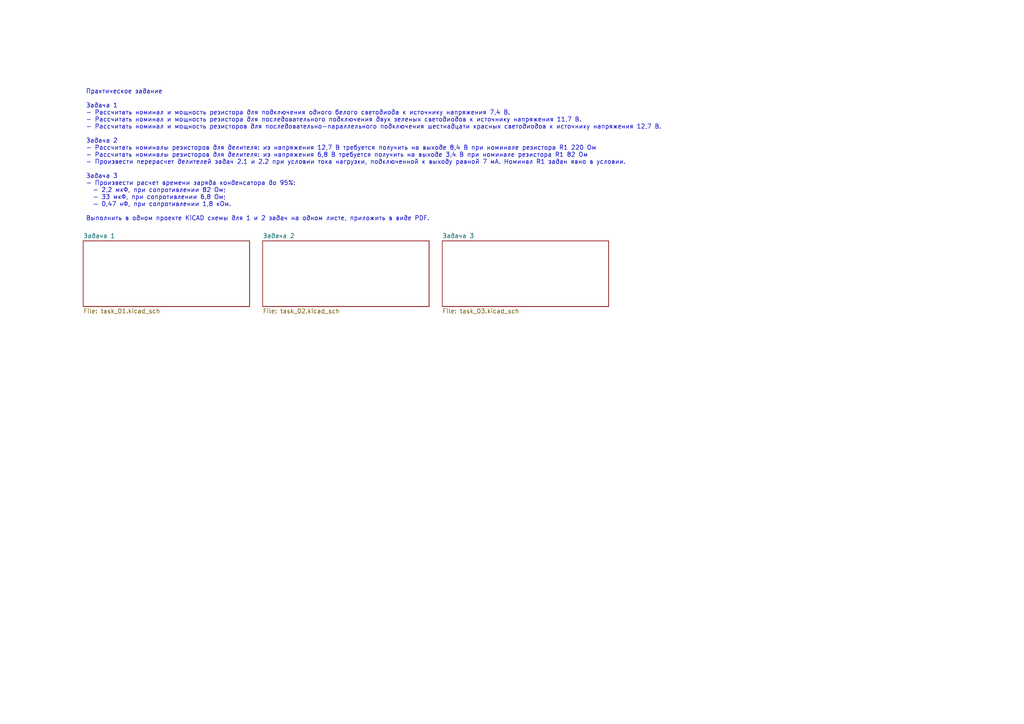
<source format=kicad_sch>
(kicad_sch
	(version 20231120)
	(generator "eeschema")
	(generator_version "8.0")
	(uuid "69d67e86-2d0f-4caa-88ab-0139115a92ca")
	(paper "A4")
	(lib_symbols)
	(text "Практическое задание\n\nЗадача 1\n- Рассчитать номинал и мощность резистора для подключения одного белого светодиода к источнику напряжения 7,4 В.\n- Рассчитать номинал и мощность резистора для последовательного подключения двух зеленых светодиодов к источнику напряжения 11,7 В.\n- Рассчитать номинал и мощность резисторов для последовательно-параллельного подключения шестнадцати красных светодиодов к источнику напряжения 12,7 В.\n\nЗадача 2\n- Рассчитать номиналы резисторов для делителя: из напряжения 12,7 В требуется получить на выходе 8,4 В при номинале резистора R1 220 Ом\n- Рассчитать номиналы резисторов для делителя: из напряжения 6,8 В требуется получить на выходе 3,4 В при номинале резистора R1 82 Ом\n- Произвести перерасчет делителей задач 2.1 и 2.2 при условии тока нагрузки, подключенной к выходу равной 7 мА. Номинал R1 задан явно в условии.\n\nЗадача 3 \n- Произвести расчет времени заряда конденсатора до 95%:\n  - 2,2 мкФ, при сопротивлении 82 Ом;\n  - 33 мкФ, при сопротивлении 6,8 Ом;\n  - 0,47 нФ, при сопротивлении 1,8 кОм.\n\nВыполнить в одном проекте KiCAD схемы для 1 и 2 задач на одном листе, приложить в виде PDF.\n\n"
		(exclude_from_sim no)
		(at 24.892 25.908 0)
		(effects
			(font
				(size 1.27 1.27)
			)
			(justify left top)
		)
		(uuid "46c1f3c1-e304-4845-b3aa-dc58d07a744d")
	)
	(sheet
		(at 128.27 69.85)
		(size 48.26 19.05)
		(fields_autoplaced yes)
		(stroke
			(width 0.1524)
			(type solid)
		)
		(fill
			(color 0 0 0 0.0000)
		)
		(uuid "8859450b-3dc3-49af-a184-b6e3305b1009")
		(property "Sheetname" "Задача 3"
			(at 128.27 69.1384 0)
			(effects
				(font
					(size 1.27 1.27)
				)
				(justify left bottom)
			)
		)
		(property "Sheetfile" "task_03.kicad_sch"
			(at 128.27 89.4846 0)
			(effects
				(font
					(size 1.27 1.27)
				)
				(justify left top)
			)
		)
		(instances
			(project "home_work"
				(path "/69d67e86-2d0f-4caa-88ab-0139115a92ca"
					(page "4")
				)
			)
		)
	)
	(sheet
		(at 24.13 69.85)
		(size 48.26 19.05)
		(fields_autoplaced yes)
		(stroke
			(width 0.1524)
			(type solid)
		)
		(fill
			(color 0 0 0 0.0000)
		)
		(uuid "91a3f542-ae8f-492d-b48c-64c20e4235c8")
		(property "Sheetname" "Задача 1"
			(at 24.13 69.1384 0)
			(effects
				(font
					(size 1.27 1.27)
				)
				(justify left bottom)
			)
		)
		(property "Sheetfile" "task_01.kicad_sch"
			(at 24.13 89.4846 0)
			(effects
				(font
					(size 1.27 1.27)
				)
				(justify left top)
			)
		)
		(instances
			(project "home_work"
				(path "/69d67e86-2d0f-4caa-88ab-0139115a92ca"
					(page "2")
				)
			)
		)
	)
	(sheet
		(at 76.2 69.85)
		(size 48.26 19.05)
		(fields_autoplaced yes)
		(stroke
			(width 0.1524)
			(type solid)
		)
		(fill
			(color 0 0 0 0.0000)
		)
		(uuid "e5bd94d8-99a5-406a-bd57-80becdb15fdd")
		(property "Sheetname" "Задача 2"
			(at 76.2 69.1384 0)
			(effects
				(font
					(size 1.27 1.27)
				)
				(justify left bottom)
			)
		)
		(property "Sheetfile" "task_02.kicad_sch"
			(at 76.2 89.4846 0)
			(effects
				(font
					(size 1.27 1.27)
				)
				(justify left top)
			)
		)
		(instances
			(project "home_work"
				(path "/69d67e86-2d0f-4caa-88ab-0139115a92ca"
					(page "3")
				)
			)
		)
	)
	(sheet_instances
		(path "/"
			(page "1")
		)
	)
)

</source>
